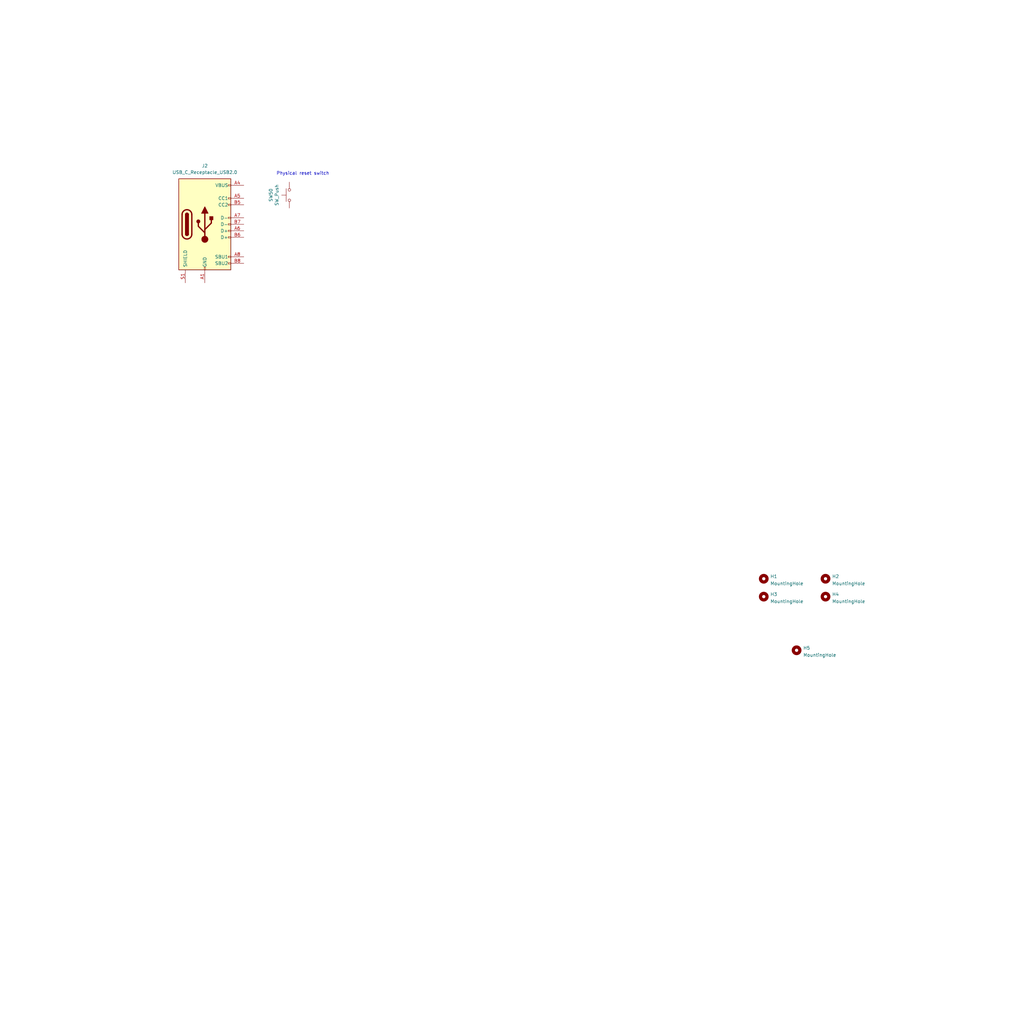
<source format=kicad_sch>
(kicad_sch (version 20230121) (generator eeschema)

  (uuid 61fe293f-6808-4b7f-9340-9aaac7054a97)

  (paper "User" 399.999 399.999)

  (lib_symbols
    (symbol "Connector:USB_C_Receptacle_USB2.0" (pin_names (offset 1.016)) (in_bom yes) (on_board yes)
      (property "Reference" "J" (at -10.16 19.05 0)
        (effects (font (size 1.27 1.27)) (justify left))
      )
      (property "Value" "USB_C_Receptacle_USB2.0" (at 19.05 19.05 0)
        (effects (font (size 1.27 1.27)) (justify right))
      )
      (property "Footprint" "" (at 3.81 0 0)
        (effects (font (size 1.27 1.27)) hide)
      )
      (property "Datasheet" "https://www.usb.org/sites/default/files/documents/usb_type-c.zip" (at 3.81 0 0)
        (effects (font (size 1.27 1.27)) hide)
      )
      (property "ki_keywords" "usb universal serial bus type-C USB2.0" (at 0 0 0)
        (effects (font (size 1.27 1.27)) hide)
      )
      (property "ki_description" "USB 2.0-only Type-C Receptacle connector" (at 0 0 0)
        (effects (font (size 1.27 1.27)) hide)
      )
      (property "ki_fp_filters" "USB*C*Receptacle*" (at 0 0 0)
        (effects (font (size 1.27 1.27)) hide)
      )
      (symbol "USB_C_Receptacle_USB2.0_0_0"
        (rectangle (start -0.254 -17.78) (end 0.254 -16.764)
          (stroke (width 0) (type default))
          (fill (type none))
        )
        (rectangle (start 10.16 -14.986) (end 9.144 -15.494)
          (stroke (width 0) (type default))
          (fill (type none))
        )
        (rectangle (start 10.16 -12.446) (end 9.144 -12.954)
          (stroke (width 0) (type default))
          (fill (type none))
        )
        (rectangle (start 10.16 -4.826) (end 9.144 -5.334)
          (stroke (width 0) (type default))
          (fill (type none))
        )
        (rectangle (start 10.16 -2.286) (end 9.144 -2.794)
          (stroke (width 0) (type default))
          (fill (type none))
        )
        (rectangle (start 10.16 0.254) (end 9.144 -0.254)
          (stroke (width 0) (type default))
          (fill (type none))
        )
        (rectangle (start 10.16 2.794) (end 9.144 2.286)
          (stroke (width 0) (type default))
          (fill (type none))
        )
        (rectangle (start 10.16 7.874) (end 9.144 7.366)
          (stroke (width 0) (type default))
          (fill (type none))
        )
        (rectangle (start 10.16 10.414) (end 9.144 9.906)
          (stroke (width 0) (type default))
          (fill (type none))
        )
        (rectangle (start 10.16 15.494) (end 9.144 14.986)
          (stroke (width 0) (type default))
          (fill (type none))
        )
      )
      (symbol "USB_C_Receptacle_USB2.0_0_1"
        (rectangle (start -10.16 17.78) (end 10.16 -17.78)
          (stroke (width 0.254) (type default))
          (fill (type background))
        )
        (arc (start -8.89 -3.81) (mid -6.985 -5.7067) (end -5.08 -3.81)
          (stroke (width 0.508) (type default))
          (fill (type none))
        )
        (arc (start -7.62 -3.81) (mid -6.985 -4.4423) (end -6.35 -3.81)
          (stroke (width 0.254) (type default))
          (fill (type none))
        )
        (arc (start -7.62 -3.81) (mid -6.985 -4.4423) (end -6.35 -3.81)
          (stroke (width 0.254) (type default))
          (fill (type outline))
        )
        (rectangle (start -7.62 -3.81) (end -6.35 3.81)
          (stroke (width 0.254) (type default))
          (fill (type outline))
        )
        (arc (start -6.35 3.81) (mid -6.985 4.4423) (end -7.62 3.81)
          (stroke (width 0.254) (type default))
          (fill (type none))
        )
        (arc (start -6.35 3.81) (mid -6.985 4.4423) (end -7.62 3.81)
          (stroke (width 0.254) (type default))
          (fill (type outline))
        )
        (arc (start -5.08 3.81) (mid -6.985 5.7067) (end -8.89 3.81)
          (stroke (width 0.508) (type default))
          (fill (type none))
        )
        (circle (center -2.54 1.143) (radius 0.635)
          (stroke (width 0.254) (type default))
          (fill (type outline))
        )
        (circle (center 0 -5.842) (radius 1.27)
          (stroke (width 0) (type default))
          (fill (type outline))
        )
        (polyline
          (pts
            (xy -8.89 -3.81)
            (xy -8.89 3.81)
          )
          (stroke (width 0.508) (type default))
          (fill (type none))
        )
        (polyline
          (pts
            (xy -5.08 3.81)
            (xy -5.08 -3.81)
          )
          (stroke (width 0.508) (type default))
          (fill (type none))
        )
        (polyline
          (pts
            (xy 0 -5.842)
            (xy 0 4.318)
          )
          (stroke (width 0.508) (type default))
          (fill (type none))
        )
        (polyline
          (pts
            (xy 0 -3.302)
            (xy -2.54 -0.762)
            (xy -2.54 0.508)
          )
          (stroke (width 0.508) (type default))
          (fill (type none))
        )
        (polyline
          (pts
            (xy 0 -2.032)
            (xy 2.54 0.508)
            (xy 2.54 1.778)
          )
          (stroke (width 0.508) (type default))
          (fill (type none))
        )
        (polyline
          (pts
            (xy -1.27 4.318)
            (xy 0 6.858)
            (xy 1.27 4.318)
            (xy -1.27 4.318)
          )
          (stroke (width 0.254) (type default))
          (fill (type outline))
        )
        (rectangle (start 1.905 1.778) (end 3.175 3.048)
          (stroke (width 0.254) (type default))
          (fill (type outline))
        )
      )
      (symbol "USB_C_Receptacle_USB2.0_1_1"
        (pin passive line (at 0 -22.86 90) (length 5.08)
          (name "GND" (effects (font (size 1.27 1.27))))
          (number "A1" (effects (font (size 1.27 1.27))))
        )
        (pin passive line (at 0 -22.86 90) (length 5.08) hide
          (name "GND" (effects (font (size 1.27 1.27))))
          (number "A12" (effects (font (size 1.27 1.27))))
        )
        (pin passive line (at 15.24 15.24 180) (length 5.08)
          (name "VBUS" (effects (font (size 1.27 1.27))))
          (number "A4" (effects (font (size 1.27 1.27))))
        )
        (pin bidirectional line (at 15.24 10.16 180) (length 5.08)
          (name "CC1" (effects (font (size 1.27 1.27))))
          (number "A5" (effects (font (size 1.27 1.27))))
        )
        (pin bidirectional line (at 15.24 -2.54 180) (length 5.08)
          (name "D+" (effects (font (size 1.27 1.27))))
          (number "A6" (effects (font (size 1.27 1.27))))
        )
        (pin bidirectional line (at 15.24 2.54 180) (length 5.08)
          (name "D-" (effects (font (size 1.27 1.27))))
          (number "A7" (effects (font (size 1.27 1.27))))
        )
        (pin bidirectional line (at 15.24 -12.7 180) (length 5.08)
          (name "SBU1" (effects (font (size 1.27 1.27))))
          (number "A8" (effects (font (size 1.27 1.27))))
        )
        (pin passive line (at 15.24 15.24 180) (length 5.08) hide
          (name "VBUS" (effects (font (size 1.27 1.27))))
          (number "A9" (effects (font (size 1.27 1.27))))
        )
        (pin passive line (at 0 -22.86 90) (length 5.08) hide
          (name "GND" (effects (font (size 1.27 1.27))))
          (number "B1" (effects (font (size 1.27 1.27))))
        )
        (pin passive line (at 0 -22.86 90) (length 5.08) hide
          (name "GND" (effects (font (size 1.27 1.27))))
          (number "B12" (effects (font (size 1.27 1.27))))
        )
        (pin passive line (at 15.24 15.24 180) (length 5.08) hide
          (name "VBUS" (effects (font (size 1.27 1.27))))
          (number "B4" (effects (font (size 1.27 1.27))))
        )
        (pin bidirectional line (at 15.24 7.62 180) (length 5.08)
          (name "CC2" (effects (font (size 1.27 1.27))))
          (number "B5" (effects (font (size 1.27 1.27))))
        )
        (pin bidirectional line (at 15.24 -5.08 180) (length 5.08)
          (name "D+" (effects (font (size 1.27 1.27))))
          (number "B6" (effects (font (size 1.27 1.27))))
        )
        (pin bidirectional line (at 15.24 0 180) (length 5.08)
          (name "D-" (effects (font (size 1.27 1.27))))
          (number "B7" (effects (font (size 1.27 1.27))))
        )
        (pin bidirectional line (at 15.24 -15.24 180) (length 5.08)
          (name "SBU2" (effects (font (size 1.27 1.27))))
          (number "B8" (effects (font (size 1.27 1.27))))
        )
        (pin passive line (at 15.24 15.24 180) (length 5.08) hide
          (name "VBUS" (effects (font (size 1.27 1.27))))
          (number "B9" (effects (font (size 1.27 1.27))))
        )
        (pin passive line (at -7.62 -22.86 90) (length 5.08)
          (name "SHIELD" (effects (font (size 1.27 1.27))))
          (number "S1" (effects (font (size 1.27 1.27))))
        )
      )
    )
    (symbol "Mechanical:MountingHole" (pin_names (offset 1.016)) (in_bom yes) (on_board yes)
      (property "Reference" "H" (at 0 5.08 0)
        (effects (font (size 1.27 1.27)))
      )
      (property "Value" "MountingHole" (at 0 3.175 0)
        (effects (font (size 1.27 1.27)))
      )
      (property "Footprint" "" (at 0 0 0)
        (effects (font (size 1.27 1.27)) hide)
      )
      (property "Datasheet" "~" (at 0 0 0)
        (effects (font (size 1.27 1.27)) hide)
      )
      (property "ki_keywords" "mounting hole" (at 0 0 0)
        (effects (font (size 1.27 1.27)) hide)
      )
      (property "ki_description" "Mounting Hole without connection" (at 0 0 0)
        (effects (font (size 1.27 1.27)) hide)
      )
      (property "ki_fp_filters" "MountingHole*" (at 0 0 0)
        (effects (font (size 1.27 1.27)) hide)
      )
      (symbol "MountingHole_0_1"
        (circle (center 0 0) (radius 1.27)
          (stroke (width 1.27) (type default))
          (fill (type none))
        )
      )
    )
    (symbol "Switch:SW_Push" (pin_numbers hide) (pin_names (offset 1.016) hide) (in_bom yes) (on_board yes)
      (property "Reference" "SW" (at 1.27 2.54 0)
        (effects (font (size 1.27 1.27)) (justify left))
      )
      (property "Value" "SW_Push" (at 0 -1.524 0)
        (effects (font (size 1.27 1.27)))
      )
      (property "Footprint" "" (at 0 5.08 0)
        (effects (font (size 1.27 1.27)) hide)
      )
      (property "Datasheet" "~" (at 0 5.08 0)
        (effects (font (size 1.27 1.27)) hide)
      )
      (property "ki_keywords" "switch normally-open pushbutton push-button" (at 0 0 0)
        (effects (font (size 1.27 1.27)) hide)
      )
      (property "ki_description" "Push button switch, generic, two pins" (at 0 0 0)
        (effects (font (size 1.27 1.27)) hide)
      )
      (symbol "SW_Push_0_1"
        (circle (center -2.032 0) (radius 0.508)
          (stroke (width 0) (type default))
          (fill (type none))
        )
        (polyline
          (pts
            (xy 0 1.27)
            (xy 0 3.048)
          )
          (stroke (width 0) (type default))
          (fill (type none))
        )
        (polyline
          (pts
            (xy 2.54 1.27)
            (xy -2.54 1.27)
          )
          (stroke (width 0) (type default))
          (fill (type none))
        )
        (circle (center 2.032 0) (radius 0.508)
          (stroke (width 0) (type default))
          (fill (type none))
        )
        (pin passive line (at -5.08 0 0) (length 2.54)
          (name "1" (effects (font (size 1.27 1.27))))
          (number "1" (effects (font (size 1.27 1.27))))
        )
        (pin passive line (at 5.08 0 180) (length 2.54)
          (name "2" (effects (font (size 1.27 1.27))))
          (number "2" (effects (font (size 1.27 1.27))))
        )
      )
    )
  )


  (text "Physical reset switch" (at 107.95 68.58 0)
    (effects (font (size 1.27 1.27)) (justify left bottom))
    (uuid 636404ce-de6c-4052-9e31-1223fc69433c)
  )

  (symbol (lib_id "Mechanical:MountingHole") (at 311.15 254 0) (unit 1)
    (in_bom yes) (on_board yes) (dnp no) (fields_autoplaced)
    (uuid 0548a9e1-69a6-4b2b-8073-dd76d04d3e0b)
    (property "Reference" "H5" (at 313.69 253.0915 0)
      (effects (font (size 1.27 1.27)) (justify left))
    )
    (property "Value" "MountingHole" (at 313.69 255.8666 0)
      (effects (font (size 1.27 1.27)) (justify left))
    )
    (property "Footprint" "fingerpunch-plates:MountingHole_2.2mm_M2_DIN965_Pad" (at 311.15 254 0)
      (effects (font (size 1.27 1.27)) hide)
    )
    (property "Datasheet" "~" (at 311.15 254 0)
      (effects (font (size 1.27 1.27)) hide)
    )
    (instances
      (project "ximi-plates-pointing-device-bottom"
        (path "/61fe293f-6808-4b7f-9340-9aaac7054a97"
          (reference "H5") (unit 1)
        )
      )
    )
  )

  (symbol (lib_id "Switch:SW_Push") (at 113.03 76.2 90) (unit 1)
    (in_bom yes) (on_board yes) (dnp no)
    (uuid 2e774240-3354-490e-a4c3-5f72dbe77999)
    (property "Reference" "SW50" (at 105.791 76.2 0)
      (effects (font (size 1.27 1.27)))
    )
    (property "Value" "SW_Push" (at 108.1024 76.2 0)
      (effects (font (size 1.27 1.27)))
    )
    (property "Footprint" "fingerpunch-plates:MountingHole_2.5mm" (at 107.95 76.2 0)
      (effects (font (size 1.27 1.27)) hide)
    )
    (property "Datasheet" "~" (at 107.95 76.2 0)
      (effects (font (size 1.27 1.27)) hide)
    )
    (property "LCSC" "C115351" (at 113.03 76.2 0)
      (effects (font (size 1.27 1.27)) hide)
    )
    (pin "1" (uuid 05bbbd00-6b73-4446-a35b-5932359bafa8))
    (pin "2" (uuid 8a9dff4a-4503-4bd2-911b-94b795356d0d))
    (instances
      (project "ximi-plates-pointing-device-bottom"
        (path "/61fe293f-6808-4b7f-9340-9aaac7054a97"
          (reference "SW50") (unit 1)
        )
      )
    )
  )

  (symbol (lib_id "Mechanical:MountingHole") (at 322.453 226.06 0) (unit 1)
    (in_bom yes) (on_board yes) (dnp no) (fields_autoplaced)
    (uuid 504d674f-9639-432d-8633-cf6c6968a07b)
    (property "Reference" "H2" (at 324.993 225.1515 0)
      (effects (font (size 1.27 1.27)) (justify left))
    )
    (property "Value" "MountingHole" (at 324.993 227.9266 0)
      (effects (font (size 1.27 1.27)) (justify left))
    )
    (property "Footprint" "fingerpunch-plates:MountingHole_2.2mm_M2_DIN965_Pad" (at 322.453 226.06 0)
      (effects (font (size 1.27 1.27)) hide)
    )
    (property "Datasheet" "~" (at 322.453 226.06 0)
      (effects (font (size 1.27 1.27)) hide)
    )
    (instances
      (project "ximi-plates-pointing-device-bottom"
        (path "/61fe293f-6808-4b7f-9340-9aaac7054a97"
          (reference "H2") (unit 1)
        )
      )
    )
  )

  (symbol (lib_id "Connector:USB_C_Receptacle_USB2.0") (at 80.01 87.63 0) (unit 1)
    (in_bom yes) (on_board yes) (dnp no) (fields_autoplaced)
    (uuid 66ccc0c4-b897-4883-a518-daa88cd166f2)
    (property "Reference" "J2" (at 80.01 64.77 0)
      (effects (font (size 1.27 1.27)))
    )
    (property "Value" "USB_C_Receptacle_USB2.0" (at 80.01 67.31 0)
      (effects (font (size 1.27 1.27)))
    )
    (property "Footprint" "fingerpunch-plates:USB_C_Receptacle_HRO_TYPE-C-31-M-12" (at 83.82 87.63 0)
      (effects (font (size 1.27 1.27)) hide)
    )
    (property "Datasheet" "https://www.usb.org/sites/default/files/documents/usb_type-c.zip" (at 83.82 87.63 0)
      (effects (font (size 1.27 1.27)) hide)
    )
    (property "LCSC" "C165948" (at 80.01 87.63 0)
      (effects (font (size 1.27 1.27)) hide)
    )
    (pin "A1" (uuid ec7a81ff-0366-45f9-8467-dd759fee5675))
    (pin "A12" (uuid 38583dd3-8718-41e2-a308-54cb78ebb589))
    (pin "A4" (uuid 9f2fc137-6ccf-4a39-afd3-0667e0d88434))
    (pin "A5" (uuid ec40b9fd-439f-410e-a3d9-efdf865fb40c))
    (pin "A6" (uuid 64c67b3d-d0b8-48c7-9452-c6916b737b23))
    (pin "A7" (uuid c848f53d-2224-44e7-a667-8af9c4057988))
    (pin "A8" (uuid 48502c67-4c92-4ecf-b79f-6df9659be167))
    (pin "A9" (uuid 72fcc807-a241-40ca-8128-9a25ad6a1115))
    (pin "B1" (uuid 16d4ea3f-7e72-462b-8a4a-2fcf04e86f14))
    (pin "B12" (uuid 09f53272-7cff-40b4-bacc-0181d581f694))
    (pin "B4" (uuid 84f7cbd9-ae77-4665-bdb5-c086a76aa890))
    (pin "B5" (uuid d46fc7e5-039e-4656-b5a5-2799d7ae9a2e))
    (pin "B6" (uuid cd5449a3-07e3-442a-adb3-611d1be347cb))
    (pin "B7" (uuid 2d58dd1e-d084-4d5e-93f1-ac44012fdcf7))
    (pin "B8" (uuid d81daefa-d86a-4b79-8bce-7161fcc0ca47))
    (pin "B9" (uuid a9109853-56c3-422d-8fad-20334cfc4866))
    (pin "S1" (uuid b4e9393b-679e-4729-b7f3-75589796563c))
    (instances
      (project "ximi-plates-pointing-device-bottom"
        (path "/61fe293f-6808-4b7f-9340-9aaac7054a97"
          (reference "J2") (unit 1)
        )
      )
    )
  )

  (symbol (lib_id "Mechanical:MountingHole") (at 322.453 233.045 0) (unit 1)
    (in_bom yes) (on_board yes) (dnp no) (fields_autoplaced)
    (uuid 915de838-2993-487a-8f83-62d36ade277e)
    (property "Reference" "H4" (at 324.993 232.1365 0)
      (effects (font (size 1.27 1.27)) (justify left))
    )
    (property "Value" "MountingHole" (at 324.993 234.9116 0)
      (effects (font (size 1.27 1.27)) (justify left))
    )
    (property "Footprint" "fingerpunch-plates:MountingHole_2.2mm_M2_DIN965_Pad" (at 322.453 233.045 0)
      (effects (font (size 1.27 1.27)) hide)
    )
    (property "Datasheet" "~" (at 322.453 233.045 0)
      (effects (font (size 1.27 1.27)) hide)
    )
    (instances
      (project "ximi-plates-pointing-device-bottom"
        (path "/61fe293f-6808-4b7f-9340-9aaac7054a97"
          (reference "H4") (unit 1)
        )
      )
    )
  )

  (symbol (lib_id "Mechanical:MountingHole") (at 298.323 226.06 0) (unit 1)
    (in_bom yes) (on_board yes) (dnp no) (fields_autoplaced)
    (uuid cf61b999-cf33-4ade-80af-db65a728812d)
    (property "Reference" "H1" (at 300.863 225.1515 0)
      (effects (font (size 1.27 1.27)) (justify left))
    )
    (property "Value" "MountingHole" (at 300.863 227.9266 0)
      (effects (font (size 1.27 1.27)) (justify left))
    )
    (property "Footprint" "fingerpunch-plates:MountingHole_2.2mm_M2_DIN965_Pad" (at 298.323 226.06 0)
      (effects (font (size 1.27 1.27)) hide)
    )
    (property "Datasheet" "~" (at 298.323 226.06 0)
      (effects (font (size 1.27 1.27)) hide)
    )
    (instances
      (project "ximi-plates-pointing-device-bottom"
        (path "/61fe293f-6808-4b7f-9340-9aaac7054a97"
          (reference "H1") (unit 1)
        )
      )
    )
  )

  (symbol (lib_id "Mechanical:MountingHole") (at 298.323 233.045 0) (unit 1)
    (in_bom yes) (on_board yes) (dnp no) (fields_autoplaced)
    (uuid d4106b81-417c-4dcb-a18c-4ba1e33f0184)
    (property "Reference" "H3" (at 300.863 232.1365 0)
      (effects (font (size 1.27 1.27)) (justify left))
    )
    (property "Value" "MountingHole" (at 300.863 234.9116 0)
      (effects (font (size 1.27 1.27)) (justify left))
    )
    (property "Footprint" "fingerpunch-plates:MountingHole_2.2mm_M2_DIN965_Pad" (at 298.323 233.045 0)
      (effects (font (size 1.27 1.27)) hide)
    )
    (property "Datasheet" "~" (at 298.323 233.045 0)
      (effects (font (size 1.27 1.27)) hide)
    )
    (instances
      (project "ximi-plates-pointing-device-bottom"
        (path "/61fe293f-6808-4b7f-9340-9aaac7054a97"
          (reference "H3") (unit 1)
        )
      )
    )
  )

  (sheet_instances
    (path "/" (page "1"))
  )
)

</source>
